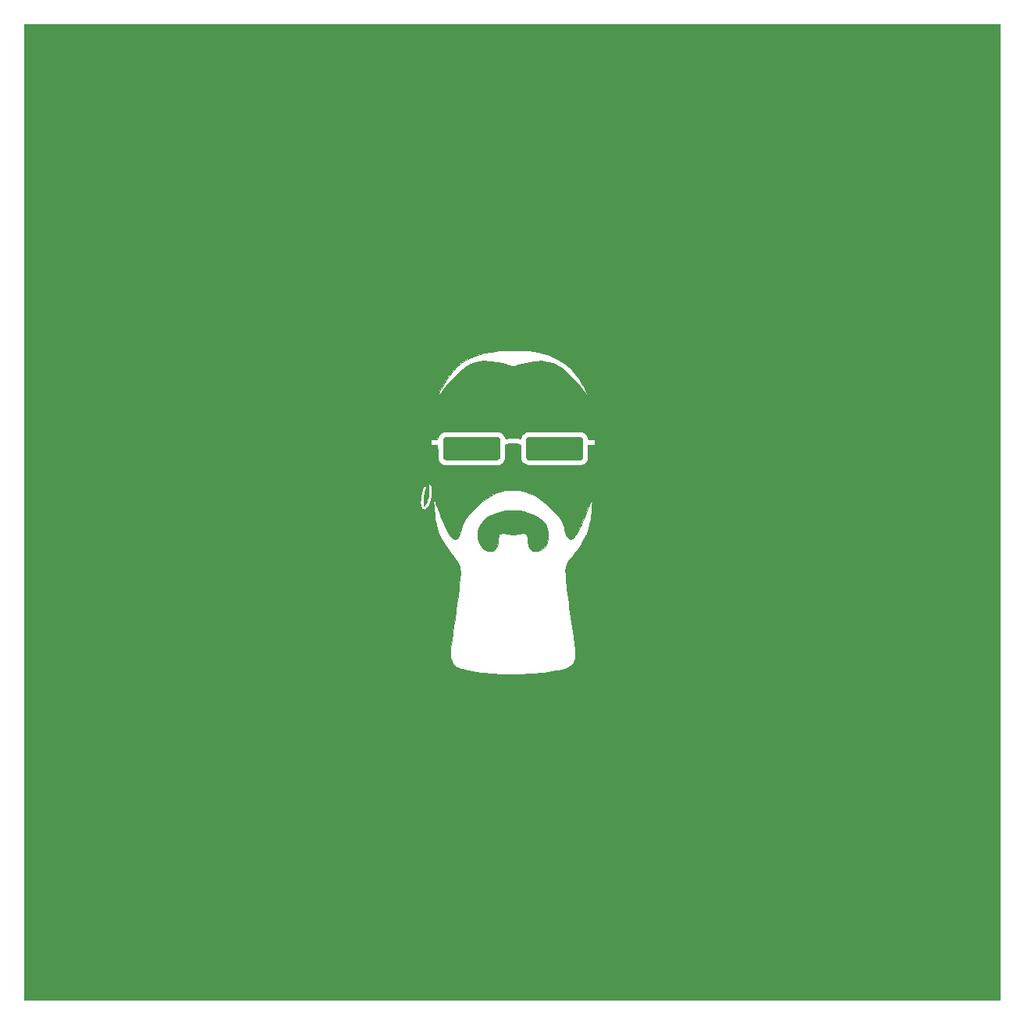
<source format=gbr>
%TF.GenerationSoftware,KiCad,Pcbnew,5.1.6-c6e7f7d~87~ubuntu20.04.1*%
%TF.CreationDate,2020-07-24T20:50:48-07:00*%
%TF.ProjectId,bcdc-keys,62636463-2d6b-4657-9973-2e6b69636164,rev?*%
%TF.SameCoordinates,Original*%
%TF.FileFunction,Copper,L2,Bot*%
%TF.FilePolarity,Positive*%
%FSLAX46Y46*%
G04 Gerber Fmt 4.6, Leading zero omitted, Abs format (unit mm)*
G04 Created by KiCad (PCBNEW 5.1.6-c6e7f7d~87~ubuntu20.04.1) date 2020-07-24 20:50:48*
%MOMM*%
%LPD*%
G01*
G04 APERTURE LIST*
%TA.AperFunction,EtchedComponent*%
%ADD10C,0.010000*%
%TD*%
%TA.AperFunction,ViaPad*%
%ADD11C,6.010000*%
%TD*%
G04 APERTURE END LIST*
D10*
%TO.C,G\u002A\u002A\u002A*%
G36*
X-4433467Y8213104D02*
G01*
X-4950523Y8212883D01*
X-5401643Y8212459D01*
X-5791448Y8211733D01*
X-6124558Y8210610D01*
X-6405593Y8208990D01*
X-6639172Y8206777D01*
X-6829917Y8203873D01*
X-6982447Y8200181D01*
X-7101382Y8195603D01*
X-7191342Y8190042D01*
X-7256947Y8183401D01*
X-7302818Y8175581D01*
X-7333574Y8166486D01*
X-7353836Y8156018D01*
X-7360107Y8151368D01*
X-7404155Y8112437D01*
X-7438912Y8069532D01*
X-7465474Y8014273D01*
X-7484936Y7938279D01*
X-7498390Y7833170D01*
X-7506933Y7690566D01*
X-7511658Y7502085D01*
X-7513659Y7259349D01*
X-7514035Y6972666D01*
X-7513682Y6684470D01*
X-7512339Y6458084D01*
X-7509447Y6284768D01*
X-7504449Y6155777D01*
X-7496786Y6062368D01*
X-7485899Y5995799D01*
X-7471231Y5947328D01*
X-7452222Y5908210D01*
X-7445314Y5896540D01*
X-7341692Y5789859D01*
X-7242599Y5746806D01*
X-7184043Y5740349D01*
X-7061789Y5734559D01*
X-6882599Y5729433D01*
X-6653236Y5724970D01*
X-6380463Y5721169D01*
X-6071045Y5718027D01*
X-5731742Y5715545D01*
X-5369320Y5713719D01*
X-4990540Y5712549D01*
X-4602167Y5712032D01*
X-4210962Y5712168D01*
X-3823690Y5712955D01*
X-3447112Y5714392D01*
X-3087994Y5716476D01*
X-2753096Y5719207D01*
X-2449183Y5722583D01*
X-2183018Y5726602D01*
X-1961364Y5731263D01*
X-1790983Y5736565D01*
X-1678640Y5742505D01*
X-1633817Y5748059D01*
X-1529619Y5800537D01*
X-1448608Y5873108D01*
X-1427541Y5902787D01*
X-1410983Y5937592D01*
X-1398391Y5985807D01*
X-1389226Y6055716D01*
X-1382944Y6155604D01*
X-1379006Y6293754D01*
X-1376869Y6478452D01*
X-1375993Y6717981D01*
X-1375834Y6986638D01*
X-1375834Y8007649D01*
X-1478953Y8110769D01*
X-1582073Y8213889D01*
X-4433467Y8213104D01*
G37*
X-4433467Y8213104D02*
X-4950523Y8212883D01*
X-5401643Y8212459D01*
X-5791448Y8211733D01*
X-6124558Y8210610D01*
X-6405593Y8208990D01*
X-6639172Y8206777D01*
X-6829917Y8203873D01*
X-6982447Y8200181D01*
X-7101382Y8195603D01*
X-7191342Y8190042D01*
X-7256947Y8183401D01*
X-7302818Y8175581D01*
X-7333574Y8166486D01*
X-7353836Y8156018D01*
X-7360107Y8151368D01*
X-7404155Y8112437D01*
X-7438912Y8069532D01*
X-7465474Y8014273D01*
X-7484936Y7938279D01*
X-7498390Y7833170D01*
X-7506933Y7690566D01*
X-7511658Y7502085D01*
X-7513659Y7259349D01*
X-7514035Y6972666D01*
X-7513682Y6684470D01*
X-7512339Y6458084D01*
X-7509447Y6284768D01*
X-7504449Y6155777D01*
X-7496786Y6062368D01*
X-7485899Y5995799D01*
X-7471231Y5947328D01*
X-7452222Y5908210D01*
X-7445314Y5896540D01*
X-7341692Y5789859D01*
X-7242599Y5746806D01*
X-7184043Y5740349D01*
X-7061789Y5734559D01*
X-6882599Y5729433D01*
X-6653236Y5724970D01*
X-6380463Y5721169D01*
X-6071045Y5718027D01*
X-5731742Y5715545D01*
X-5369320Y5713719D01*
X-4990540Y5712549D01*
X-4602167Y5712032D01*
X-4210962Y5712168D01*
X-3823690Y5712955D01*
X-3447112Y5714392D01*
X-3087994Y5716476D01*
X-2753096Y5719207D01*
X-2449183Y5722583D01*
X-2183018Y5726602D01*
X-1961364Y5731263D01*
X-1790983Y5736565D01*
X-1678640Y5742505D01*
X-1633817Y5748059D01*
X-1529619Y5800537D01*
X-1448608Y5873108D01*
X-1427541Y5902787D01*
X-1410983Y5937592D01*
X-1398391Y5985807D01*
X-1389226Y6055716D01*
X-1382944Y6155604D01*
X-1379006Y6293754D01*
X-1376869Y6478452D01*
X-1375993Y6717981D01*
X-1375834Y6986638D01*
X-1375834Y8007649D01*
X-1478953Y8110769D01*
X-1582073Y8213889D01*
X-4433467Y8213104D01*
G36*
X1602919Y8105797D02*
G01*
X1499305Y7997706D01*
X1488890Y7029701D01*
X1486224Y6716085D01*
X1486468Y6464950D01*
X1490768Y6268242D01*
X1500272Y6117909D01*
X1516125Y6005896D01*
X1539474Y5924152D01*
X1571465Y5864623D01*
X1613244Y5819255D01*
X1665957Y5779997D01*
X1666865Y5779395D01*
X1717202Y5769070D01*
X1831498Y5759523D01*
X2003157Y5750776D01*
X2225586Y5742852D01*
X2492191Y5735776D01*
X2796379Y5729568D01*
X3131555Y5724253D01*
X3491126Y5719854D01*
X3868497Y5716393D01*
X4257075Y5713894D01*
X4650266Y5712379D01*
X5041477Y5711871D01*
X5424112Y5712394D01*
X5791579Y5713971D01*
X6137284Y5716624D01*
X6454633Y5720377D01*
X6737031Y5725252D01*
X6977886Y5731272D01*
X7170602Y5738461D01*
X7308588Y5746842D01*
X7385247Y5756437D01*
X7394988Y5759415D01*
X7457046Y5788124D01*
X7506496Y5818994D01*
X7544770Y5859853D01*
X7573299Y5918529D01*
X7593515Y6002849D01*
X7606849Y6120642D01*
X7614733Y6279735D01*
X7618598Y6487955D01*
X7619877Y6753132D01*
X7620000Y6989730D01*
X7620000Y8007649D01*
X7516880Y8110769D01*
X7413761Y8213889D01*
X1706533Y8213889D01*
X1602919Y8105797D01*
G37*
X1602919Y8105797D02*
X1499305Y7997706D01*
X1488890Y7029701D01*
X1486224Y6716085D01*
X1486468Y6464950D01*
X1490768Y6268242D01*
X1500272Y6117909D01*
X1516125Y6005896D01*
X1539474Y5924152D01*
X1571465Y5864623D01*
X1613244Y5819255D01*
X1665957Y5779997D01*
X1666865Y5779395D01*
X1717202Y5769070D01*
X1831498Y5759523D01*
X2003157Y5750776D01*
X2225586Y5742852D01*
X2492191Y5735776D01*
X2796379Y5729568D01*
X3131555Y5724253D01*
X3491126Y5719854D01*
X3868497Y5716393D01*
X4257075Y5713894D01*
X4650266Y5712379D01*
X5041477Y5711871D01*
X5424112Y5712394D01*
X5791579Y5713971D01*
X6137284Y5716624D01*
X6454633Y5720377D01*
X6737031Y5725252D01*
X6977886Y5731272D01*
X7170602Y5738461D01*
X7308588Y5746842D01*
X7385247Y5756437D01*
X7394988Y5759415D01*
X7457046Y5788124D01*
X7506496Y5818994D01*
X7544770Y5859853D01*
X7573299Y5918529D01*
X7593515Y6002849D01*
X7606849Y6120642D01*
X7614733Y6279735D01*
X7618598Y6487955D01*
X7619877Y6753132D01*
X7620000Y6989730D01*
X7620000Y8007649D01*
X7516880Y8110769D01*
X7413761Y8213889D01*
X1706533Y8213889D01*
X1602919Y8105797D01*
G36*
X-213583Y264230D02*
G01*
X-692848Y219346D01*
X-1164348Y133258D01*
X-1619219Y9142D01*
X-2048595Y-149827D01*
X-2443611Y-340472D01*
X-2795404Y-559617D01*
X-3095107Y-804088D01*
X-3283933Y-1006517D01*
X-3505262Y-1332254D01*
X-3663652Y-1684329D01*
X-3757474Y-2055103D01*
X-3785100Y-2436939D01*
X-3744902Y-2822198D01*
X-3706204Y-2987573D01*
X-3593950Y-3321004D01*
X-3455188Y-3592160D01*
X-3285574Y-3805749D01*
X-3080761Y-3966480D01*
X-2836405Y-4079061D01*
X-2652917Y-4128946D01*
X-2394837Y-4161910D01*
X-2177187Y-4140323D01*
X-1993169Y-4062054D01*
X-1835984Y-3924969D01*
X-1780656Y-3855335D01*
X-1684772Y-3699515D01*
X-1615441Y-3526247D01*
X-1568274Y-3319857D01*
X-1538880Y-3064674D01*
X-1532454Y-2969167D01*
X-1513401Y-2720847D01*
X-1484789Y-2534395D01*
X-1440066Y-2401188D01*
X-1372685Y-2312601D01*
X-1276095Y-2260012D01*
X-1143748Y-2234797D01*
X-969817Y-2228334D01*
X-777593Y-2236967D01*
X-610573Y-2260662D01*
X-524783Y-2283752D01*
X-338148Y-2330211D01*
X-111125Y-2356066D01*
X128942Y-2360471D01*
X354709Y-2342582D01*
X493889Y-2315200D01*
X641517Y-2284069D01*
X824612Y-2257542D01*
X1008087Y-2240519D01*
X1041906Y-2238679D01*
X1197852Y-2233174D01*
X1301779Y-2235993D01*
X1372002Y-2249885D01*
X1426839Y-2277598D01*
X1459054Y-2301280D01*
X1523158Y-2360310D01*
X1570344Y-2429823D01*
X1604361Y-2522632D01*
X1628955Y-2651551D01*
X1647874Y-2829395D01*
X1659544Y-2986806D01*
X1683460Y-3249999D01*
X1718465Y-3457423D01*
X1768926Y-3623543D01*
X1839213Y-3762825D01*
X1931404Y-3887068D01*
X2090967Y-4036039D01*
X2269241Y-4126250D01*
X2476010Y-4160526D01*
X2721053Y-4141694D01*
X2777430Y-4131426D01*
X3056574Y-4045199D01*
X3295906Y-3903758D01*
X3496729Y-3705636D01*
X3660347Y-3449369D01*
X3788061Y-3133491D01*
X3843984Y-2931686D01*
X3905995Y-2535497D01*
X3898700Y-2151743D01*
X3821918Y-1778707D01*
X3683826Y-1431436D01*
X3490209Y-1117236D01*
X3234972Y-828384D01*
X2923272Y-567438D01*
X2560263Y-336953D01*
X2151099Y-139489D01*
X1700936Y22400D01*
X1214927Y146155D01*
X698228Y229219D01*
X264583Y264734D01*
X-213583Y264230D01*
G37*
X-213583Y264230D02*
X-692848Y219346D01*
X-1164348Y133258D01*
X-1619219Y9142D01*
X-2048595Y-149827D01*
X-2443611Y-340472D01*
X-2795404Y-559617D01*
X-3095107Y-804088D01*
X-3283933Y-1006517D01*
X-3505262Y-1332254D01*
X-3663652Y-1684329D01*
X-3757474Y-2055103D01*
X-3785100Y-2436939D01*
X-3744902Y-2822198D01*
X-3706204Y-2987573D01*
X-3593950Y-3321004D01*
X-3455188Y-3592160D01*
X-3285574Y-3805749D01*
X-3080761Y-3966480D01*
X-2836405Y-4079061D01*
X-2652917Y-4128946D01*
X-2394837Y-4161910D01*
X-2177187Y-4140323D01*
X-1993169Y-4062054D01*
X-1835984Y-3924969D01*
X-1780656Y-3855335D01*
X-1684772Y-3699515D01*
X-1615441Y-3526247D01*
X-1568274Y-3319857D01*
X-1538880Y-3064674D01*
X-1532454Y-2969167D01*
X-1513401Y-2720847D01*
X-1484789Y-2534395D01*
X-1440066Y-2401188D01*
X-1372685Y-2312601D01*
X-1276095Y-2260012D01*
X-1143748Y-2234797D01*
X-969817Y-2228334D01*
X-777593Y-2236967D01*
X-610573Y-2260662D01*
X-524783Y-2283752D01*
X-338148Y-2330211D01*
X-111125Y-2356066D01*
X128942Y-2360471D01*
X354709Y-2342582D01*
X493889Y-2315200D01*
X641517Y-2284069D01*
X824612Y-2257542D01*
X1008087Y-2240519D01*
X1041906Y-2238679D01*
X1197852Y-2233174D01*
X1301779Y-2235993D01*
X1372002Y-2249885D01*
X1426839Y-2277598D01*
X1459054Y-2301280D01*
X1523158Y-2360310D01*
X1570344Y-2429823D01*
X1604361Y-2522632D01*
X1628955Y-2651551D01*
X1647874Y-2829395D01*
X1659544Y-2986806D01*
X1683460Y-3249999D01*
X1718465Y-3457423D01*
X1768926Y-3623543D01*
X1839213Y-3762825D01*
X1931404Y-3887068D01*
X2090967Y-4036039D01*
X2269241Y-4126250D01*
X2476010Y-4160526D01*
X2721053Y-4141694D01*
X2777430Y-4131426D01*
X3056574Y-4045199D01*
X3295906Y-3903758D01*
X3496729Y-3705636D01*
X3660347Y-3449369D01*
X3788061Y-3133491D01*
X3843984Y-2931686D01*
X3905995Y-2535497D01*
X3898700Y-2151743D01*
X3821918Y-1778707D01*
X3683826Y-1431436D01*
X3490209Y-1117236D01*
X3234972Y-828384D01*
X2923272Y-567438D01*
X2560263Y-336953D01*
X2151099Y-139489D01*
X1700936Y22400D01*
X1214927Y146155D01*
X698228Y229219D01*
X264583Y264734D01*
X-213583Y264230D01*
G36*
X-52916667Y-52816667D02*
G01*
X52916666Y-52816667D01*
X52916666Y1078911D01*
X8654177Y1078911D01*
X8650342Y854433D01*
X8635599Y585484D01*
X8611245Y284455D01*
X8578580Y-36265D01*
X8538901Y-364285D01*
X8493506Y-687216D01*
X8443695Y-992667D01*
X8390766Y-1268249D01*
X8374390Y-1343615D01*
X8247068Y-1827232D01*
X8086363Y-2279999D01*
X7884258Y-2720404D01*
X7632736Y-3166932D01*
X7478137Y-3410139D01*
X7333667Y-3621664D01*
X7155397Y-3870206D01*
X6955668Y-4139406D01*
X6746819Y-4412901D01*
X6541188Y-4674330D01*
X6351116Y-4907332D01*
X6329863Y-4932696D01*
X6097279Y-5249420D01*
X5929444Y-5573749D01*
X5820779Y-5918964D01*
X5767910Y-6270698D01*
X5765358Y-6397480D01*
X5772874Y-6588419D01*
X5789768Y-6837944D01*
X5815352Y-7140481D01*
X5848935Y-7490458D01*
X5889829Y-7882301D01*
X5937345Y-8310438D01*
X5990792Y-8769297D01*
X6049481Y-9253304D01*
X6112723Y-9756886D01*
X6179829Y-10274472D01*
X6250110Y-10800487D01*
X6322875Y-11329360D01*
X6397436Y-11855517D01*
X6473104Y-12373386D01*
X6549188Y-12877394D01*
X6625000Y-13361968D01*
X6699850Y-13821535D01*
X6707942Y-13870000D01*
X6778313Y-14322910D01*
X6826842Y-14716017D01*
X6853328Y-15056677D01*
X6857569Y-15352241D01*
X6839364Y-15610063D01*
X6798510Y-15837497D01*
X6734806Y-16041896D01*
X6648051Y-16230613D01*
X6642938Y-16240075D01*
X6493709Y-16450091D01*
X6293200Y-16637410D01*
X6069952Y-16779315D01*
X5902472Y-16849354D01*
X5673235Y-16922793D01*
X5390855Y-16997916D01*
X5063943Y-17073008D01*
X4701112Y-17146354D01*
X4310977Y-17216236D01*
X3902148Y-17280939D01*
X3483240Y-17338748D01*
X3062866Y-17387946D01*
X2963333Y-17398219D01*
X2570169Y-17431858D01*
X2120386Y-17460275D01*
X1627743Y-17483266D01*
X1105997Y-17500631D01*
X568907Y-17512167D01*
X30230Y-17517672D01*
X-496275Y-17516943D01*
X-996851Y-17509778D01*
X-1457738Y-17495976D01*
X-1865180Y-17475334D01*
X-1940278Y-17470280D01*
X-2492039Y-17427532D01*
X-2990307Y-17380289D01*
X-3452105Y-17326338D01*
X-3894460Y-17263467D01*
X-4334395Y-17189465D01*
X-4788936Y-17102120D01*
X-4815417Y-17096738D01*
X-5126327Y-17031473D01*
X-5377917Y-16973690D01*
X-5580594Y-16920096D01*
X-5744766Y-16867393D01*
X-5880840Y-16812288D01*
X-5999222Y-16751483D01*
X-6096292Y-16691135D01*
X-6289041Y-16542020D01*
X-6435380Y-16376014D01*
X-6555816Y-16168810D01*
X-6579437Y-16118446D01*
X-6646864Y-15941626D01*
X-6694799Y-15746035D01*
X-6723207Y-15524729D01*
X-6732049Y-15270765D01*
X-6721290Y-14977200D01*
X-6690892Y-14637090D01*
X-6640818Y-14243492D01*
X-6571030Y-13789463D01*
X-6566877Y-13764167D01*
X-6454642Y-13061385D01*
X-6340059Y-12304106D01*
X-6225286Y-11508246D01*
X-6112483Y-10689720D01*
X-6003809Y-9864442D01*
X-5901424Y-9048327D01*
X-5807486Y-8257291D01*
X-5748422Y-7731667D01*
X-5703176Y-7306122D01*
X-5669601Y-6941016D01*
X-5650212Y-6626831D01*
X-5647522Y-6354047D01*
X-5664043Y-6113145D01*
X-5702290Y-5894605D01*
X-5764776Y-5688909D01*
X-5854013Y-5486537D01*
X-5972516Y-5277971D01*
X-6122797Y-5053690D01*
X-6307371Y-4804177D01*
X-6528750Y-4519911D01*
X-6630274Y-4391691D01*
X-6972823Y-3947884D01*
X-7265847Y-3540035D01*
X-7514095Y-3159019D01*
X-7722315Y-2795713D01*
X-7895256Y-2440991D01*
X-8037667Y-2085731D01*
X-8154297Y-1720807D01*
X-8249895Y-1337096D01*
X-8270368Y-1240556D01*
X-8320962Y-972876D01*
X-8368628Y-679976D01*
X-8412373Y-372135D01*
X-8451205Y-59632D01*
X-8484128Y247256D01*
X-8510151Y538250D01*
X-8528280Y803071D01*
X-8537521Y1031440D01*
X-8536880Y1213081D01*
X-8525365Y1337713D01*
X-8521341Y1356198D01*
X-8505785Y1409488D01*
X-8489174Y1422546D01*
X-8462154Y1388445D01*
X-8415373Y1300259D01*
X-8397072Y1264166D01*
X-8352933Y1166957D01*
X-8291728Y1018257D01*
X-8219421Y833268D01*
X-8141977Y627189D01*
X-8078697Y452778D01*
X-7927798Y35391D01*
X-7791612Y-327803D01*
X-7664643Y-650210D01*
X-7541399Y-945239D01*
X-7416385Y-1226295D01*
X-7284109Y-1506786D01*
X-7231840Y-1613893D01*
X-7043420Y-1978420D01*
X-6868782Y-2277109D01*
X-6705795Y-2512859D01*
X-6552327Y-2688570D01*
X-6406249Y-2807141D01*
X-6322218Y-2851660D01*
X-6235493Y-2880276D01*
X-6162616Y-2874698D01*
X-6080166Y-2840839D01*
X-5963641Y-2766761D01*
X-5861025Y-2658165D01*
X-5768881Y-2508092D01*
X-5683769Y-2309581D01*
X-5602251Y-2055672D01*
X-5520889Y-1739406D01*
X-5507420Y-1681528D01*
X-5411400Y-1365715D01*
X-5269349Y-1035284D01*
X-5093380Y-715588D01*
X-4934428Y-482084D01*
X-4851450Y-379962D01*
X-4729565Y-240251D01*
X-4579859Y-75148D01*
X-4413415Y103149D01*
X-4241321Y282441D01*
X-4217276Y307062D01*
X-3747705Y765340D01*
X-3296616Y1161042D01*
X-2858926Y1498091D01*
X-2429550Y1780416D01*
X-2019598Y2004025D01*
X-1692232Y2153369D01*
X-1384265Y2267225D01*
X-1076857Y2350009D01*
X-751166Y2406141D01*
X-669630Y2413759D01*
X-8714823Y2413759D01*
X-8722170Y2158833D01*
X-8749312Y1885129D01*
X-8766372Y1769640D01*
X-8834639Y1429593D01*
X-8921210Y1128810D01*
X-9023098Y871256D01*
X-9137318Y660894D01*
X-9260885Y501689D01*
X-9390813Y397603D01*
X-9524117Y352602D01*
X-9657811Y370648D01*
X-9769140Y438192D01*
X-9855159Y532905D01*
X-9917014Y656922D01*
X-9956618Y819310D01*
X-9975886Y1029138D01*
X-9976734Y1295474D01*
X-9973025Y1403900D01*
X-9937384Y1839110D01*
X-9868142Y2219844D01*
X-9763610Y2554551D01*
X-9724192Y2649345D01*
X-9646316Y2790478D01*
X-9565081Y2864244D01*
X-9475738Y2873818D01*
X-9420499Y2852380D01*
X-9361744Y2782703D01*
X-9353111Y2663425D01*
X-9394599Y2494603D01*
X-9418335Y2430444D01*
X-9480345Y2239894D01*
X-9537358Y2004812D01*
X-9584588Y1751222D01*
X-9617249Y1505147D01*
X-9630552Y1292611D01*
X-9630637Y1276264D01*
X-9624486Y1102861D01*
X-9607966Y951913D01*
X-9583590Y835534D01*
X-9553875Y765837D01*
X-9522303Y754306D01*
X-9475135Y809559D01*
X-9415210Y917435D01*
X-9349071Y1062688D01*
X-9283260Y1230075D01*
X-9224319Y1404353D01*
X-9187608Y1534145D01*
X-9123566Y1838298D01*
X-9085370Y2135709D01*
X-9074352Y2408768D01*
X-9091845Y2639866D01*
X-9100402Y2686983D01*
X-9120486Y2813174D01*
X-9127356Y2922384D01*
X-9122792Y2973809D01*
X-9073136Y3048575D01*
X-8987371Y3078868D01*
X-8888919Y3058085D01*
X-8867531Y3045773D01*
X-8803624Y2965915D01*
X-8756343Y2827295D01*
X-8726478Y2639911D01*
X-8714823Y2413759D01*
X-669630Y2413759D01*
X-388352Y2440039D01*
X-105834Y2452795D01*
X347420Y2454244D01*
X751302Y2427295D01*
X1122354Y2368722D01*
X1477118Y2275300D01*
X1832135Y2143802D01*
X2099028Y2022849D01*
X2490293Y1815934D01*
X2872615Y1576318D01*
X3254686Y1297376D01*
X3645202Y972482D01*
X4052857Y595011D01*
X4316475Y333245D01*
X4491302Y153221D01*
X4660585Y-25452D01*
X4813973Y-191520D01*
X4941119Y-333734D01*
X5031673Y-440840D01*
X5050157Y-464445D01*
X5269814Y-799078D01*
X5457983Y-1177203D01*
X5603663Y-1574794D01*
X5664681Y-1806315D01*
X5747315Y-2128514D01*
X5838135Y-2386129D01*
X5940312Y-2584952D01*
X6057019Y-2730776D01*
X6191425Y-2829392D01*
X6236671Y-2851066D01*
X6324045Y-2880349D01*
X6396883Y-2874720D01*
X6475724Y-2842262D01*
X6620347Y-2743214D01*
X6776977Y-2579616D01*
X6942635Y-2355865D01*
X7114341Y-2076355D01*
X7289115Y-1745484D01*
X7443174Y-1415125D01*
X7515266Y-1247300D01*
X7606261Y-1028486D01*
X7710091Y-773678D01*
X7820688Y-497877D01*
X7931985Y-216080D01*
X8023097Y18238D01*
X8123330Y276136D01*
X8221647Y525382D01*
X8313454Y754607D01*
X8394156Y952445D01*
X8459161Y1107525D01*
X8503875Y1208480D01*
X8505185Y1211250D01*
X8622441Y1458194D01*
X8645805Y1246528D01*
X8654177Y1078911D01*
X52916666Y1078911D01*
X52916666Y7966944D01*
X8960555Y7966944D01*
X8960555Y7367222D01*
X8219722Y7367222D01*
X8219722Y6607617D01*
X8218761Y6332037D01*
X8214624Y6116147D01*
X8205434Y5949094D01*
X8189310Y5820025D01*
X8164373Y5718087D01*
X8128745Y5632426D01*
X8080547Y5552188D01*
X8023407Y5473727D01*
X7892211Y5345517D01*
X7718184Y5235514D01*
X7529029Y5160191D01*
X7473711Y5146867D01*
X7414921Y5142141D01*
X7291226Y5137771D01*
X7108277Y5133806D01*
X6871724Y5130292D01*
X6587216Y5127278D01*
X6260405Y5124811D01*
X5896940Y5122938D01*
X5502471Y5121708D01*
X5082649Y5121167D01*
X4643125Y5121364D01*
X4480278Y5121626D01*
X1640416Y5127083D01*
X1455503Y5210676D01*
X1322620Y5286704D01*
X1194205Y5385286D01*
X1143394Y5435058D01*
X1070161Y5519636D01*
X1013319Y5598431D01*
X970515Y5682033D01*
X939395Y5781034D01*
X917608Y5906023D01*
X902800Y6067591D01*
X892618Y6276328D01*
X884710Y6542824D01*
X883133Y6606498D01*
X864305Y7380358D01*
X670278Y7452783D01*
X510207Y7493756D01*
X305044Y7519331D01*
X76188Y7529510D01*
X-154966Y7524296D01*
X-367018Y7503690D01*
X-538573Y7467695D01*
X-582084Y7452665D01*
X-758472Y7382776D01*
X-776111Y6590069D01*
X-782618Y6326289D01*
X-789530Y6122933D01*
X-797781Y5969872D01*
X-808308Y5856976D01*
X-822047Y5774117D01*
X-839934Y5711164D01*
X-862074Y5659658D01*
X-991413Y5468315D01*
X-1168373Y5303684D01*
X-1337402Y5201968D01*
X-1367154Y5188650D01*
X-1398159Y5177012D01*
X-1435121Y5166942D01*
X-1482745Y5158325D01*
X-1545737Y5151050D01*
X-1628801Y5145002D01*
X-1736643Y5140068D01*
X-1873966Y5136134D01*
X-2045478Y5133088D01*
X-2255881Y5130816D01*
X-2509882Y5129204D01*
X-2812185Y5128139D01*
X-3167496Y5127508D01*
X-3580518Y5127197D01*
X-4055958Y5127093D01*
X-4445000Y5127083D01*
X-4980473Y5126960D01*
X-5450085Y5126829D01*
X-5858529Y5127045D01*
X-6210501Y5127963D01*
X-6510692Y5129940D01*
X-6763798Y5133331D01*
X-6974512Y5138491D01*
X-7147527Y5145777D01*
X-7287537Y5155543D01*
X-7399236Y5168146D01*
X-7487318Y5183940D01*
X-7556476Y5203282D01*
X-7611405Y5226527D01*
X-7656797Y5254031D01*
X-7697348Y5286150D01*
X-7737749Y5323238D01*
X-7782696Y5365652D01*
X-7799730Y5381242D01*
X-7888886Y5465099D01*
X-7958186Y5542944D01*
X-8010283Y5625140D01*
X-8047834Y5722049D01*
X-8073494Y5844035D01*
X-8089919Y6001459D01*
X-8099763Y6204684D01*
X-8105682Y6464074D01*
X-8107495Y6582291D01*
X-8118739Y7367222D01*
X-8819445Y7367222D01*
X-8819445Y7966944D01*
X-8126774Y7966944D01*
X-8064298Y8165142D01*
X-7964757Y8375855D01*
X-7813718Y8563066D01*
X-7628453Y8706854D01*
X-7565859Y8739927D01*
X-7536917Y8753001D01*
X-7506257Y8764430D01*
X-7469194Y8774323D01*
X-7421043Y8782793D01*
X-7357121Y8789948D01*
X-7272741Y8795900D01*
X-7163221Y8800760D01*
X-7023874Y8804639D01*
X-6850017Y8807646D01*
X-6636964Y8809893D01*
X-6380033Y8811491D01*
X-6074537Y8812550D01*
X-5715792Y8813180D01*
X-5299113Y8813494D01*
X-4819817Y8813600D01*
X-4447681Y8813611D01*
X-3831818Y8813176D01*
X-3286066Y8811869D01*
X-2809985Y8809684D01*
X-2403137Y8806615D01*
X-2065081Y8802657D01*
X-1795380Y8797805D01*
X-1593592Y8792054D01*
X-1459280Y8785398D01*
X-1392004Y8777832D01*
X-1386950Y8776362D01*
X-1168971Y8658146D01*
X-987680Y8485638D01*
X-853681Y8270102D01*
X-813208Y8166894D01*
X-779874Y8081328D01*
X-744136Y8048822D01*
X-686659Y8053942D01*
X-675405Y8056883D01*
X-401593Y8111104D01*
X-96907Y8138729D01*
X212844Y8139373D01*
X501847Y8112648D01*
X679097Y8077160D01*
X803730Y8045892D01*
X875113Y8033449D01*
X907955Y8039692D01*
X916966Y8064479D01*
X917222Y8074886D01*
X947262Y8216947D01*
X1028604Y8371116D01*
X1148078Y8520835D01*
X1292515Y8649548D01*
X1445764Y8739423D01*
X1477470Y8752721D01*
X1509831Y8764339D01*
X1547528Y8774376D01*
X1595244Y8782929D01*
X1657659Y8790095D01*
X1739455Y8795971D01*
X1845313Y8800656D01*
X1979916Y8804246D01*
X2147943Y8806838D01*
X2354077Y8808532D01*
X2603000Y8809422D01*
X2899392Y8809609D01*
X3247935Y8809187D01*
X3653311Y8808256D01*
X4120201Y8806913D01*
X4614432Y8805376D01*
X7607927Y8795972D01*
X7781533Y8689111D01*
X7934789Y8567101D01*
X8067852Y8410211D01*
X8164875Y8240254D01*
X8206882Y8103634D01*
X8228740Y7966944D01*
X8960555Y7966944D01*
X52916666Y7966944D01*
X52916666Y12899703D01*
X8074168Y12899703D01*
X8047924Y12870569D01*
X8046938Y12870555D01*
X8014939Y12896874D01*
X7948567Y12969199D01*
X7856429Y13077588D01*
X7747136Y13212095D01*
X7703336Y13267430D01*
X7436637Y13596445D01*
X7149753Y13931833D01*
X6850809Y14265237D01*
X6547928Y14588298D01*
X6249235Y14892657D01*
X5962854Y15169955D01*
X5696910Y15411835D01*
X5459526Y15609938D01*
X5336042Y15702982D01*
X4877578Y15989735D01*
X4397465Y16209681D01*
X3896949Y16362335D01*
X3447192Y16439876D01*
X3131301Y16457792D01*
X2764616Y16447679D01*
X2360271Y16411356D01*
X1931405Y16350636D01*
X1491155Y16267337D01*
X1052658Y16163274D01*
X685759Y16058180D01*
X455665Y15988743D01*
X274571Y15942482D01*
X124998Y15918945D01*
X-10538Y15917679D01*
X-149515Y15938233D01*
X-309417Y15980155D01*
X-463239Y16028478D01*
X-774100Y16119627D01*
X-1132279Y16208387D01*
X-1514575Y16290071D01*
X-1897788Y16359988D01*
X-2258718Y16413450D01*
X-2497603Y16439641D01*
X-3035339Y16456837D01*
X-3546966Y16409897D01*
X-4035916Y16297697D01*
X-4505622Y16119112D01*
X-4959513Y15873019D01*
X-5401022Y15558293D01*
X-5540455Y15442726D01*
X-5962877Y15062512D01*
X-6381310Y14648361D01*
X-6803995Y14191507D01*
X-7239173Y13683186D01*
X-7518340Y13339004D01*
X-7687315Y13131868D01*
X-7817538Y12983685D01*
X-7909109Y12894512D01*
X-7962129Y12864408D01*
X-7976698Y12893432D01*
X-7952917Y12981641D01*
X-7890888Y13129093D01*
X-7790710Y13335847D01*
X-7727193Y13459850D01*
X-7344297Y14136550D01*
X-6931535Y14749465D01*
X-6488947Y15298553D01*
X-6016575Y15783774D01*
X-5514460Y16205087D01*
X-4982642Y16562450D01*
X-4421162Y16855823D01*
X-4286250Y16914911D01*
X-3715336Y17126864D01*
X-3085699Y17305453D01*
X-2401301Y17449691D01*
X-1728611Y17550967D01*
X-1527955Y17570299D01*
X-1270287Y17586460D01*
X-967714Y17599384D01*
X-632343Y17609008D01*
X-276280Y17615269D01*
X88368Y17618103D01*
X449495Y17617446D01*
X794994Y17613236D01*
X1112759Y17605407D01*
X1390684Y17593896D01*
X1616661Y17578641D01*
X1710972Y17569046D01*
X2308356Y17487327D01*
X2847834Y17390694D01*
X3341066Y17276001D01*
X3799712Y17140102D01*
X4235432Y16979854D01*
X4659888Y16792112D01*
X4744861Y16750786D01*
X5292995Y16441038D01*
X5811306Y16067759D01*
X6298750Y15631837D01*
X6754285Y15134160D01*
X6981491Y14846897D01*
X7145039Y14621676D01*
X7306586Y14384570D01*
X7462358Y14142579D01*
X7608584Y13902700D01*
X7741489Y13671932D01*
X7857302Y13457273D01*
X7952249Y13265722D01*
X8022558Y13104278D01*
X8064455Y12979939D01*
X8074168Y12899703D01*
X52916666Y12899703D01*
X52916666Y53016666D01*
X-52916667Y53016666D01*
X-52916667Y-52816667D01*
G37*
X-52916667Y-52816667D02*
X52916666Y-52816667D01*
X52916666Y1078911D01*
X8654177Y1078911D01*
X8650342Y854433D01*
X8635599Y585484D01*
X8611245Y284455D01*
X8578580Y-36265D01*
X8538901Y-364285D01*
X8493506Y-687216D01*
X8443695Y-992667D01*
X8390766Y-1268249D01*
X8374390Y-1343615D01*
X8247068Y-1827232D01*
X8086363Y-2279999D01*
X7884258Y-2720404D01*
X7632736Y-3166932D01*
X7478137Y-3410139D01*
X7333667Y-3621664D01*
X7155397Y-3870206D01*
X6955668Y-4139406D01*
X6746819Y-4412901D01*
X6541188Y-4674330D01*
X6351116Y-4907332D01*
X6329863Y-4932696D01*
X6097279Y-5249420D01*
X5929444Y-5573749D01*
X5820779Y-5918964D01*
X5767910Y-6270698D01*
X5765358Y-6397480D01*
X5772874Y-6588419D01*
X5789768Y-6837944D01*
X5815352Y-7140481D01*
X5848935Y-7490458D01*
X5889829Y-7882301D01*
X5937345Y-8310438D01*
X5990792Y-8769297D01*
X6049481Y-9253304D01*
X6112723Y-9756886D01*
X6179829Y-10274472D01*
X6250110Y-10800487D01*
X6322875Y-11329360D01*
X6397436Y-11855517D01*
X6473104Y-12373386D01*
X6549188Y-12877394D01*
X6625000Y-13361968D01*
X6699850Y-13821535D01*
X6707942Y-13870000D01*
X6778313Y-14322910D01*
X6826842Y-14716017D01*
X6853328Y-15056677D01*
X6857569Y-15352241D01*
X6839364Y-15610063D01*
X6798510Y-15837497D01*
X6734806Y-16041896D01*
X6648051Y-16230613D01*
X6642938Y-16240075D01*
X6493709Y-16450091D01*
X6293200Y-16637410D01*
X6069952Y-16779315D01*
X5902472Y-16849354D01*
X5673235Y-16922793D01*
X5390855Y-16997916D01*
X5063943Y-17073008D01*
X4701112Y-17146354D01*
X4310977Y-17216236D01*
X3902148Y-17280939D01*
X3483240Y-17338748D01*
X3062866Y-17387946D01*
X2963333Y-17398219D01*
X2570169Y-17431858D01*
X2120386Y-17460275D01*
X1627743Y-17483266D01*
X1105997Y-17500631D01*
X568907Y-17512167D01*
X30230Y-17517672D01*
X-496275Y-17516943D01*
X-996851Y-17509778D01*
X-1457738Y-17495976D01*
X-1865180Y-17475334D01*
X-1940278Y-17470280D01*
X-2492039Y-17427532D01*
X-2990307Y-17380289D01*
X-3452105Y-17326338D01*
X-3894460Y-17263467D01*
X-4334395Y-17189465D01*
X-4788936Y-17102120D01*
X-4815417Y-17096738D01*
X-5126327Y-17031473D01*
X-5377917Y-16973690D01*
X-5580594Y-16920096D01*
X-5744766Y-16867393D01*
X-5880840Y-16812288D01*
X-5999222Y-16751483D01*
X-6096292Y-16691135D01*
X-6289041Y-16542020D01*
X-6435380Y-16376014D01*
X-6555816Y-16168810D01*
X-6579437Y-16118446D01*
X-6646864Y-15941626D01*
X-6694799Y-15746035D01*
X-6723207Y-15524729D01*
X-6732049Y-15270765D01*
X-6721290Y-14977200D01*
X-6690892Y-14637090D01*
X-6640818Y-14243492D01*
X-6571030Y-13789463D01*
X-6566877Y-13764167D01*
X-6454642Y-13061385D01*
X-6340059Y-12304106D01*
X-6225286Y-11508246D01*
X-6112483Y-10689720D01*
X-6003809Y-9864442D01*
X-5901424Y-9048327D01*
X-5807486Y-8257291D01*
X-5748422Y-7731667D01*
X-5703176Y-7306122D01*
X-5669601Y-6941016D01*
X-5650212Y-6626831D01*
X-5647522Y-6354047D01*
X-5664043Y-6113145D01*
X-5702290Y-5894605D01*
X-5764776Y-5688909D01*
X-5854013Y-5486537D01*
X-5972516Y-5277971D01*
X-6122797Y-5053690D01*
X-6307371Y-4804177D01*
X-6528750Y-4519911D01*
X-6630274Y-4391691D01*
X-6972823Y-3947884D01*
X-7265847Y-3540035D01*
X-7514095Y-3159019D01*
X-7722315Y-2795713D01*
X-7895256Y-2440991D01*
X-8037667Y-2085731D01*
X-8154297Y-1720807D01*
X-8249895Y-1337096D01*
X-8270368Y-1240556D01*
X-8320962Y-972876D01*
X-8368628Y-679976D01*
X-8412373Y-372135D01*
X-8451205Y-59632D01*
X-8484128Y247256D01*
X-8510151Y538250D01*
X-8528280Y803071D01*
X-8537521Y1031440D01*
X-8536880Y1213081D01*
X-8525365Y1337713D01*
X-8521341Y1356198D01*
X-8505785Y1409488D01*
X-8489174Y1422546D01*
X-8462154Y1388445D01*
X-8415373Y1300259D01*
X-8397072Y1264166D01*
X-8352933Y1166957D01*
X-8291728Y1018257D01*
X-8219421Y833268D01*
X-8141977Y627189D01*
X-8078697Y452778D01*
X-7927798Y35391D01*
X-7791612Y-327803D01*
X-7664643Y-650210D01*
X-7541399Y-945239D01*
X-7416385Y-1226295D01*
X-7284109Y-1506786D01*
X-7231840Y-1613893D01*
X-7043420Y-1978420D01*
X-6868782Y-2277109D01*
X-6705795Y-2512859D01*
X-6552327Y-2688570D01*
X-6406249Y-2807141D01*
X-6322218Y-2851660D01*
X-6235493Y-2880276D01*
X-6162616Y-2874698D01*
X-6080166Y-2840839D01*
X-5963641Y-2766761D01*
X-5861025Y-2658165D01*
X-5768881Y-2508092D01*
X-5683769Y-2309581D01*
X-5602251Y-2055672D01*
X-5520889Y-1739406D01*
X-5507420Y-1681528D01*
X-5411400Y-1365715D01*
X-5269349Y-1035284D01*
X-5093380Y-715588D01*
X-4934428Y-482084D01*
X-4851450Y-379962D01*
X-4729565Y-240251D01*
X-4579859Y-75148D01*
X-4413415Y103149D01*
X-4241321Y282441D01*
X-4217276Y307062D01*
X-3747705Y765340D01*
X-3296616Y1161042D01*
X-2858926Y1498091D01*
X-2429550Y1780416D01*
X-2019598Y2004025D01*
X-1692232Y2153369D01*
X-1384265Y2267225D01*
X-1076857Y2350009D01*
X-751166Y2406141D01*
X-669630Y2413759D01*
X-8714823Y2413759D01*
X-8722170Y2158833D01*
X-8749312Y1885129D01*
X-8766372Y1769640D01*
X-8834639Y1429593D01*
X-8921210Y1128810D01*
X-9023098Y871256D01*
X-9137318Y660894D01*
X-9260885Y501689D01*
X-9390813Y397603D01*
X-9524117Y352602D01*
X-9657811Y370648D01*
X-9769140Y438192D01*
X-9855159Y532905D01*
X-9917014Y656922D01*
X-9956618Y819310D01*
X-9975886Y1029138D01*
X-9976734Y1295474D01*
X-9973025Y1403900D01*
X-9937384Y1839110D01*
X-9868142Y2219844D01*
X-9763610Y2554551D01*
X-9724192Y2649345D01*
X-9646316Y2790478D01*
X-9565081Y2864244D01*
X-9475738Y2873818D01*
X-9420499Y2852380D01*
X-9361744Y2782703D01*
X-9353111Y2663425D01*
X-9394599Y2494603D01*
X-9418335Y2430444D01*
X-9480345Y2239894D01*
X-9537358Y2004812D01*
X-9584588Y1751222D01*
X-9617249Y1505147D01*
X-9630552Y1292611D01*
X-9630637Y1276264D01*
X-9624486Y1102861D01*
X-9607966Y951913D01*
X-9583590Y835534D01*
X-9553875Y765837D01*
X-9522303Y754306D01*
X-9475135Y809559D01*
X-9415210Y917435D01*
X-9349071Y1062688D01*
X-9283260Y1230075D01*
X-9224319Y1404353D01*
X-9187608Y1534145D01*
X-9123566Y1838298D01*
X-9085370Y2135709D01*
X-9074352Y2408768D01*
X-9091845Y2639866D01*
X-9100402Y2686983D01*
X-9120486Y2813174D01*
X-9127356Y2922384D01*
X-9122792Y2973809D01*
X-9073136Y3048575D01*
X-8987371Y3078868D01*
X-8888919Y3058085D01*
X-8867531Y3045773D01*
X-8803624Y2965915D01*
X-8756343Y2827295D01*
X-8726478Y2639911D01*
X-8714823Y2413759D01*
X-669630Y2413759D01*
X-388352Y2440039D01*
X-105834Y2452795D01*
X347420Y2454244D01*
X751302Y2427295D01*
X1122354Y2368722D01*
X1477118Y2275300D01*
X1832135Y2143802D01*
X2099028Y2022849D01*
X2490293Y1815934D01*
X2872615Y1576318D01*
X3254686Y1297376D01*
X3645202Y972482D01*
X4052857Y595011D01*
X4316475Y333245D01*
X4491302Y153221D01*
X4660585Y-25452D01*
X4813973Y-191520D01*
X4941119Y-333734D01*
X5031673Y-440840D01*
X5050157Y-464445D01*
X5269814Y-799078D01*
X5457983Y-1177203D01*
X5603663Y-1574794D01*
X5664681Y-1806315D01*
X5747315Y-2128514D01*
X5838135Y-2386129D01*
X5940312Y-2584952D01*
X6057019Y-2730776D01*
X6191425Y-2829392D01*
X6236671Y-2851066D01*
X6324045Y-2880349D01*
X6396883Y-2874720D01*
X6475724Y-2842262D01*
X6620347Y-2743214D01*
X6776977Y-2579616D01*
X6942635Y-2355865D01*
X7114341Y-2076355D01*
X7289115Y-1745484D01*
X7443174Y-1415125D01*
X7515266Y-1247300D01*
X7606261Y-1028486D01*
X7710091Y-773678D01*
X7820688Y-497877D01*
X7931985Y-216080D01*
X8023097Y18238D01*
X8123330Y276136D01*
X8221647Y525382D01*
X8313454Y754607D01*
X8394156Y952445D01*
X8459161Y1107525D01*
X8503875Y1208480D01*
X8505185Y1211250D01*
X8622441Y1458194D01*
X8645805Y1246528D01*
X8654177Y1078911D01*
X52916666Y1078911D01*
X52916666Y7966944D01*
X8960555Y7966944D01*
X8960555Y7367222D01*
X8219722Y7367222D01*
X8219722Y6607617D01*
X8218761Y6332037D01*
X8214624Y6116147D01*
X8205434Y5949094D01*
X8189310Y5820025D01*
X8164373Y5718087D01*
X8128745Y5632426D01*
X8080547Y5552188D01*
X8023407Y5473727D01*
X7892211Y5345517D01*
X7718184Y5235514D01*
X7529029Y5160191D01*
X7473711Y5146867D01*
X7414921Y5142141D01*
X7291226Y5137771D01*
X7108277Y5133806D01*
X6871724Y5130292D01*
X6587216Y5127278D01*
X6260405Y5124811D01*
X5896940Y5122938D01*
X5502471Y5121708D01*
X5082649Y5121167D01*
X4643125Y5121364D01*
X4480278Y5121626D01*
X1640416Y5127083D01*
X1455503Y5210676D01*
X1322620Y5286704D01*
X1194205Y5385286D01*
X1143394Y5435058D01*
X1070161Y5519636D01*
X1013319Y5598431D01*
X970515Y5682033D01*
X939395Y5781034D01*
X917608Y5906023D01*
X902800Y6067591D01*
X892618Y6276328D01*
X884710Y6542824D01*
X883133Y6606498D01*
X864305Y7380358D01*
X670278Y7452783D01*
X510207Y7493756D01*
X305044Y7519331D01*
X76188Y7529510D01*
X-154966Y7524296D01*
X-367018Y7503690D01*
X-538573Y7467695D01*
X-582084Y7452665D01*
X-758472Y7382776D01*
X-776111Y6590069D01*
X-782618Y6326289D01*
X-789530Y6122933D01*
X-797781Y5969872D01*
X-808308Y5856976D01*
X-822047Y5774117D01*
X-839934Y5711164D01*
X-862074Y5659658D01*
X-991413Y5468315D01*
X-1168373Y5303684D01*
X-1337402Y5201968D01*
X-1367154Y5188650D01*
X-1398159Y5177012D01*
X-1435121Y5166942D01*
X-1482745Y5158325D01*
X-1545737Y5151050D01*
X-1628801Y5145002D01*
X-1736643Y5140068D01*
X-1873966Y5136134D01*
X-2045478Y5133088D01*
X-2255881Y5130816D01*
X-2509882Y5129204D01*
X-2812185Y5128139D01*
X-3167496Y5127508D01*
X-3580518Y5127197D01*
X-4055958Y5127093D01*
X-4445000Y5127083D01*
X-4980473Y5126960D01*
X-5450085Y5126829D01*
X-5858529Y5127045D01*
X-6210501Y5127963D01*
X-6510692Y5129940D01*
X-6763798Y5133331D01*
X-6974512Y5138491D01*
X-7147527Y5145777D01*
X-7287537Y5155543D01*
X-7399236Y5168146D01*
X-7487318Y5183940D01*
X-7556476Y5203282D01*
X-7611405Y5226527D01*
X-7656797Y5254031D01*
X-7697348Y5286150D01*
X-7737749Y5323238D01*
X-7782696Y5365652D01*
X-7799730Y5381242D01*
X-7888886Y5465099D01*
X-7958186Y5542944D01*
X-8010283Y5625140D01*
X-8047834Y5722049D01*
X-8073494Y5844035D01*
X-8089919Y6001459D01*
X-8099763Y6204684D01*
X-8105682Y6464074D01*
X-8107495Y6582291D01*
X-8118739Y7367222D01*
X-8819445Y7367222D01*
X-8819445Y7966944D01*
X-8126774Y7966944D01*
X-8064298Y8165142D01*
X-7964757Y8375855D01*
X-7813718Y8563066D01*
X-7628453Y8706854D01*
X-7565859Y8739927D01*
X-7536917Y8753001D01*
X-7506257Y8764430D01*
X-7469194Y8774323D01*
X-7421043Y8782793D01*
X-7357121Y8789948D01*
X-7272741Y8795900D01*
X-7163221Y8800760D01*
X-7023874Y8804639D01*
X-6850017Y8807646D01*
X-6636964Y8809893D01*
X-6380033Y8811491D01*
X-6074537Y8812550D01*
X-5715792Y8813180D01*
X-5299113Y8813494D01*
X-4819817Y8813600D01*
X-4447681Y8813611D01*
X-3831818Y8813176D01*
X-3286066Y8811869D01*
X-2809985Y8809684D01*
X-2403137Y8806615D01*
X-2065081Y8802657D01*
X-1795380Y8797805D01*
X-1593592Y8792054D01*
X-1459280Y8785398D01*
X-1392004Y8777832D01*
X-1386950Y8776362D01*
X-1168971Y8658146D01*
X-987680Y8485638D01*
X-853681Y8270102D01*
X-813208Y8166894D01*
X-779874Y8081328D01*
X-744136Y8048822D01*
X-686659Y8053942D01*
X-675405Y8056883D01*
X-401593Y8111104D01*
X-96907Y8138729D01*
X212844Y8139373D01*
X501847Y8112648D01*
X679097Y8077160D01*
X803730Y8045892D01*
X875113Y8033449D01*
X907955Y8039692D01*
X916966Y8064479D01*
X917222Y8074886D01*
X947262Y8216947D01*
X1028604Y8371116D01*
X1148078Y8520835D01*
X1292515Y8649548D01*
X1445764Y8739423D01*
X1477470Y8752721D01*
X1509831Y8764339D01*
X1547528Y8774376D01*
X1595244Y8782929D01*
X1657659Y8790095D01*
X1739455Y8795971D01*
X1845313Y8800656D01*
X1979916Y8804246D01*
X2147943Y8806838D01*
X2354077Y8808532D01*
X2603000Y8809422D01*
X2899392Y8809609D01*
X3247935Y8809187D01*
X3653311Y8808256D01*
X4120201Y8806913D01*
X4614432Y8805376D01*
X7607927Y8795972D01*
X7781533Y8689111D01*
X7934789Y8567101D01*
X8067852Y8410211D01*
X8164875Y8240254D01*
X8206882Y8103634D01*
X8228740Y7966944D01*
X8960555Y7966944D01*
X52916666Y7966944D01*
X52916666Y12899703D01*
X8074168Y12899703D01*
X8047924Y12870569D01*
X8046938Y12870555D01*
X8014939Y12896874D01*
X7948567Y12969199D01*
X7856429Y13077588D01*
X7747136Y13212095D01*
X7703336Y13267430D01*
X7436637Y13596445D01*
X7149753Y13931833D01*
X6850809Y14265237D01*
X6547928Y14588298D01*
X6249235Y14892657D01*
X5962854Y15169955D01*
X5696910Y15411835D01*
X5459526Y15609938D01*
X5336042Y15702982D01*
X4877578Y15989735D01*
X4397465Y16209681D01*
X3896949Y16362335D01*
X3447192Y16439876D01*
X3131301Y16457792D01*
X2764616Y16447679D01*
X2360271Y16411356D01*
X1931405Y16350636D01*
X1491155Y16267337D01*
X1052658Y16163274D01*
X685759Y16058180D01*
X455665Y15988743D01*
X274571Y15942482D01*
X124998Y15918945D01*
X-10538Y15917679D01*
X-149515Y15938233D01*
X-309417Y15980155D01*
X-463239Y16028478D01*
X-774100Y16119627D01*
X-1132279Y16208387D01*
X-1514575Y16290071D01*
X-1897788Y16359988D01*
X-2258718Y16413450D01*
X-2497603Y16439641D01*
X-3035339Y16456837D01*
X-3546966Y16409897D01*
X-4035916Y16297697D01*
X-4505622Y16119112D01*
X-4959513Y15873019D01*
X-5401022Y15558293D01*
X-5540455Y15442726D01*
X-5962877Y15062512D01*
X-6381310Y14648361D01*
X-6803995Y14191507D01*
X-7239173Y13683186D01*
X-7518340Y13339004D01*
X-7687315Y13131868D01*
X-7817538Y12983685D01*
X-7909109Y12894512D01*
X-7962129Y12864408D01*
X-7976698Y12893432D01*
X-7952917Y12981641D01*
X-7890888Y13129093D01*
X-7790710Y13335847D01*
X-7727193Y13459850D01*
X-7344297Y14136550D01*
X-6931535Y14749465D01*
X-6488947Y15298553D01*
X-6016575Y15783774D01*
X-5514460Y16205087D01*
X-4982642Y16562450D01*
X-4421162Y16855823D01*
X-4286250Y16914911D01*
X-3715336Y17126864D01*
X-3085699Y17305453D01*
X-2401301Y17449691D01*
X-1728611Y17550967D01*
X-1527955Y17570299D01*
X-1270287Y17586460D01*
X-967714Y17599384D01*
X-632343Y17609008D01*
X-276280Y17615269D01*
X88368Y17618103D01*
X449495Y17617446D01*
X794994Y17613236D01*
X1112759Y17605407D01*
X1390684Y17593896D01*
X1616661Y17578641D01*
X1710972Y17569046D01*
X2308356Y17487327D01*
X2847834Y17390694D01*
X3341066Y17276001D01*
X3799712Y17140102D01*
X4235432Y16979854D01*
X4659888Y16792112D01*
X4744861Y16750786D01*
X5292995Y16441038D01*
X5811306Y16067759D01*
X6298750Y15631837D01*
X6754285Y15134160D01*
X6981491Y14846897D01*
X7145039Y14621676D01*
X7306586Y14384570D01*
X7462358Y14142579D01*
X7608584Y13902700D01*
X7741489Y13671932D01*
X7857302Y13457273D01*
X7952249Y13265722D01*
X8022558Y13104278D01*
X8064455Y12979939D01*
X8074168Y12899703D01*
X52916666Y12899703D01*
X52916666Y53016666D01*
X-52916667Y53016666D01*
X-52916667Y-52816667D01*
%TD*%
D11*
%TO.N,*%
X-15000000Y0D03*
%TD*%
M02*

</source>
